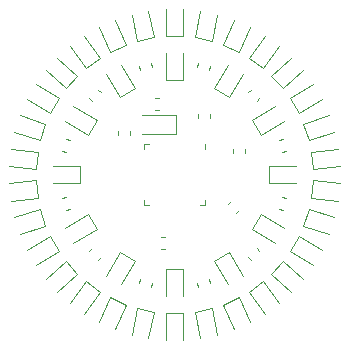
<source format=gto>
G04 #@! TF.GenerationSoftware,KiCad,Pcbnew,5.0.1*
G04 #@! TF.CreationDate,2019-03-05T20:35:39+01:00*
G04 #@! TF.ProjectId,AnalogWatch,416E616C6F6757617463682E6B696361,rev?*
G04 #@! TF.SameCoordinates,Original*
G04 #@! TF.FileFunction,Legend,Top*
G04 #@! TF.FilePolarity,Positive*
%FSLAX46Y46*%
G04 Gerber Fmt 4.6, Leading zero omitted, Abs format (unit mm)*
G04 Created by KiCad (PCBNEW 5.0.1) date Di 05 Mär 2019 20:35:39 CET*
%MOMM*%
%LPD*%
G01*
G04 APERTURE LIST*
%ADD10C,0.120000*%
G04 APERTURE END LIST*
D10*
G04 #@! TO.C,D38*
X99265000Y-111715000D02*
X99265000Y-114000000D01*
X100735000Y-111715000D02*
X99265000Y-111715000D01*
X100735000Y-114000000D02*
X100735000Y-111715000D01*
G04 #@! TO.C,R12*
X101990000Y-94828733D02*
X101990000Y-95171267D01*
X103010000Y-94828733D02*
X103010000Y-95171267D01*
G04 #@! TO.C,Y1*
X100150000Y-94950000D02*
X97300000Y-94950000D01*
X100150000Y-96550000D02*
X100150000Y-94950000D01*
X97300000Y-96550000D02*
X100150000Y-96550000D01*
G04 #@! TO.C,D11*
X111368755Y-97078893D02*
X113541919Y-96372789D01*
X110914500Y-95680840D02*
X111368755Y-97078893D01*
X113087664Y-94974736D02*
X110914500Y-95680840D01*
G04 #@! TO.C,D12*
X111756855Y-92363471D02*
X109777987Y-93505971D01*
X109777987Y-93505971D02*
X110512987Y-94779029D01*
X110512987Y-94779029D02*
X112491855Y-93636529D01*
G04 #@! TO.C,D13*
X109197753Y-92707346D02*
X110895839Y-91178383D01*
X108214131Y-91614924D02*
X109197753Y-92707346D01*
X109912217Y-90085960D02*
X108214131Y-91614924D01*
G04 #@! TO.C,D14*
X107634366Y-88241740D02*
X106291276Y-90090344D01*
X106291276Y-90090344D02*
X107480531Y-90954388D01*
X107480531Y-90954388D02*
X108823621Y-89105785D01*
G04 #@! TO.C,D15*
X105436376Y-89596766D02*
X106365769Y-87509315D01*
X104093464Y-88998864D02*
X105436376Y-89596766D01*
X105022857Y-86911412D02*
X104093464Y-88998864D01*
G04 #@! TO.C,D16*
X102191825Y-86153119D02*
X101716747Y-88388186D01*
X101716747Y-88388186D02*
X103154624Y-88693816D01*
X103154624Y-88693816D02*
X103629702Y-86458749D01*
G04 #@! TO.C,D17*
X99265000Y-86000000D02*
X99265000Y-88285000D01*
X99265000Y-88285000D02*
X100735000Y-88285000D01*
X100735000Y-88285000D02*
X100735000Y-86000000D01*
G04 #@! TO.C,D18*
X98283253Y-88388186D02*
X97808175Y-86153119D01*
X96845376Y-88693816D02*
X98283253Y-88388186D01*
X96370298Y-86458749D02*
X96845376Y-88693816D01*
G04 #@! TO.C,D19*
X93634231Y-87509315D02*
X94563624Y-89596766D01*
X94563624Y-89596766D02*
X95906536Y-88998864D01*
X95906536Y-88998864D02*
X94977143Y-86911412D01*
G04 #@! TO.C,D21*
X101716747Y-111611814D02*
X102191825Y-113846881D01*
X103154624Y-111306184D02*
X101716747Y-111611814D01*
X103629702Y-113541251D02*
X103154624Y-111306184D01*
G04 #@! TO.C,D22*
X106365769Y-112490685D02*
X105436376Y-110403234D01*
X105436376Y-110403234D02*
X104093464Y-111001136D01*
X104093464Y-111001136D02*
X105022857Y-113088588D01*
G04 #@! TO.C,D23*
X106291276Y-109909656D02*
X107634366Y-111758260D01*
X107480531Y-109045612D02*
X106291276Y-109909656D01*
X108823621Y-110894215D02*
X107480531Y-109045612D01*
G04 #@! TO.C,D24*
X110895839Y-108821617D02*
X109197753Y-107292654D01*
X109197753Y-107292654D02*
X108214131Y-108385076D01*
X108214131Y-108385076D02*
X109912217Y-109914040D01*
G04 #@! TO.C,D25*
X109777987Y-106494029D02*
X111756855Y-107636529D01*
X110512987Y-105220971D02*
X109777987Y-106494029D01*
X112491855Y-106363471D02*
X110512987Y-105220971D01*
G04 #@! TO.C,D26*
X113541919Y-103627211D02*
X111368755Y-102921107D01*
X111368755Y-102921107D02*
X110914500Y-104319160D01*
X110914500Y-104319160D02*
X113087664Y-105025264D01*
G04 #@! TO.C,D27*
X114000135Y-100732425D02*
X111727652Y-100493578D01*
X111727652Y-100493578D02*
X111573996Y-101955525D01*
X111573996Y-101955525D02*
X113846478Y-102194372D01*
G04 #@! TO.C,D28*
X113846478Y-97805628D02*
X111573996Y-98044475D01*
X111573996Y-98044475D02*
X111727652Y-99506422D01*
X111727652Y-99506422D02*
X114000135Y-99267575D01*
G04 #@! TO.C,D32*
X88631245Y-102921107D02*
X86458081Y-103627211D01*
X89085500Y-104319160D02*
X88631245Y-102921107D01*
X86912336Y-105025264D02*
X89085500Y-104319160D01*
G04 #@! TO.C,D33*
X88243145Y-107636529D02*
X90222013Y-106494029D01*
X90222013Y-106494029D02*
X89487013Y-105220971D01*
X89487013Y-105220971D02*
X87508145Y-106363471D01*
G04 #@! TO.C,D34*
X90802247Y-107292654D02*
X89104161Y-108821617D01*
X91785869Y-108385076D02*
X90802247Y-107292654D01*
X90087783Y-109914040D02*
X91785869Y-108385076D01*
G04 #@! TO.C,D35*
X92365634Y-111758260D02*
X93708724Y-109909656D01*
X93708724Y-109909656D02*
X92519469Y-109045612D01*
X92519469Y-109045612D02*
X91176379Y-110894215D01*
G04 #@! TO.C,D36*
X94563624Y-110403234D02*
X93634231Y-112490685D01*
X95906536Y-111001136D02*
X94563624Y-110403234D01*
X94977143Y-113088588D02*
X95906536Y-111001136D01*
G04 #@! TO.C,D37*
X96845376Y-111306184D02*
X96370298Y-113541251D01*
X98283253Y-111611814D02*
X96845376Y-111306184D01*
X97808175Y-113846881D02*
X98283253Y-111611814D01*
G04 #@! TO.C,D43*
X91176379Y-89105785D02*
X92519469Y-90954388D01*
X92519469Y-90954388D02*
X93708724Y-90090344D01*
X93708724Y-90090344D02*
X92365634Y-88241740D01*
G04 #@! TO.C,D44*
X91785869Y-91614924D02*
X90087783Y-90085960D01*
X90802247Y-92707346D02*
X91785869Y-91614924D01*
X89104161Y-91178383D02*
X90802247Y-92707346D01*
G04 #@! TO.C,D45*
X87508145Y-93636529D02*
X89487013Y-94779029D01*
X89487013Y-94779029D02*
X90222013Y-93505971D01*
X90222013Y-93505971D02*
X88243145Y-92363471D01*
G04 #@! TO.C,D46*
X89085500Y-95680840D02*
X86912336Y-94974736D01*
X88631245Y-97078893D02*
X89085500Y-95680840D01*
X86458081Y-96372789D02*
X88631245Y-97078893D01*
G04 #@! TO.C,D47*
X88426004Y-98044475D02*
X86153522Y-97805628D01*
X88272348Y-99506422D02*
X88426004Y-98044475D01*
X85999865Y-99267575D02*
X88272348Y-99506422D01*
G04 #@! TO.C,D48*
X86153522Y-102194372D02*
X88426004Y-101955525D01*
X88426004Y-101955525D02*
X88272348Y-100493578D01*
X88272348Y-100493578D02*
X85999865Y-100732425D01*
G04 #@! TO.C,D101*
X108552561Y-94213471D02*
X106573693Y-95355971D01*
X106573693Y-95355971D02*
X107308693Y-96629029D01*
X107308693Y-96629029D02*
X109287561Y-95486529D01*
G04 #@! TO.C,D102*
X104644029Y-93426307D02*
X105786529Y-91447439D01*
X103370971Y-92691307D02*
X104644029Y-93426307D01*
X104513471Y-90712439D02*
X103370971Y-92691307D01*
G04 #@! TO.C,D103*
X100735000Y-91985000D02*
X100735000Y-89700000D01*
X99265000Y-91985000D02*
X100735000Y-91985000D01*
X99265000Y-89700000D02*
X99265000Y-91985000D01*
G04 #@! TO.C,D201*
X105786529Y-108552561D02*
X104644029Y-106573693D01*
X104644029Y-106573693D02*
X103370971Y-107308693D01*
X103370971Y-107308693D02*
X104513471Y-109287561D01*
G04 #@! TO.C,D202*
X106573693Y-104644029D02*
X108552561Y-105786529D01*
X107308693Y-103370971D02*
X106573693Y-104644029D01*
X109287561Y-104513471D02*
X107308693Y-103370971D01*
G04 #@! TO.C,D203*
X108015000Y-100735000D02*
X110300000Y-100735000D01*
X108015000Y-99265000D02*
X108015000Y-100735000D01*
X110300000Y-99265000D02*
X108015000Y-99265000D01*
G04 #@! TO.C,D301*
X92691307Y-103370971D02*
X90712439Y-104513471D01*
X93426307Y-104644029D02*
X92691307Y-103370971D01*
X91447439Y-105786529D02*
X93426307Y-104644029D01*
G04 #@! TO.C,D302*
X95486529Y-109287561D02*
X96629029Y-107308693D01*
X96629029Y-107308693D02*
X95355971Y-106573693D01*
X95355971Y-106573693D02*
X94213471Y-108552561D01*
G04 #@! TO.C,D303*
X99265000Y-108015000D02*
X99265000Y-110300000D01*
X100735000Y-108015000D02*
X99265000Y-108015000D01*
X100735000Y-110300000D02*
X100735000Y-108015000D01*
G04 #@! TO.C,D401*
X96629029Y-92691307D02*
X95486529Y-90712439D01*
X95355971Y-93426307D02*
X96629029Y-92691307D01*
X94213471Y-91447439D02*
X95355971Y-93426307D01*
G04 #@! TO.C,D402*
X90712439Y-95486529D02*
X92691307Y-96629029D01*
X92691307Y-96629029D02*
X93426307Y-95355971D01*
X93426307Y-95355971D02*
X91447439Y-94213471D01*
G04 #@! TO.C,D403*
X89700000Y-100735000D02*
X91985000Y-100735000D01*
X91985000Y-100735000D02*
X91985000Y-99265000D01*
X91985000Y-99265000D02*
X89700000Y-99265000D01*
G04 #@! TO.C,R11*
X97989514Y-90526276D02*
X98078168Y-90857139D01*
X97004270Y-90790271D02*
X97092924Y-91121134D01*
G04 #@! TO.C,R13*
X102995730Y-90790271D02*
X102907076Y-91121134D01*
X102010486Y-90526276D02*
X101921832Y-90857139D01*
G04 #@! TO.C,R14*
X106477994Y-92800757D02*
X106235785Y-93042966D01*
X107199243Y-93522006D02*
X106957034Y-93764215D01*
G04 #@! TO.C,R21*
X109209729Y-97004270D02*
X108878866Y-97092924D01*
X109473724Y-97989514D02*
X109142861Y-98078168D01*
G04 #@! TO.C,R22*
X106010000Y-97828733D02*
X106010000Y-98171267D01*
X104990000Y-97828733D02*
X104990000Y-98171267D01*
G04 #@! TO.C,R23*
X109473724Y-102010486D02*
X109142861Y-101921832D01*
X109209729Y-102995730D02*
X108878866Y-102907076D01*
G04 #@! TO.C,R24*
X106477994Y-107199243D02*
X106235785Y-106957034D01*
X107199243Y-106477994D02*
X106957034Y-106235785D01*
G04 #@! TO.C,R31*
X102010486Y-109473724D02*
X101921832Y-109142861D01*
X102995730Y-109209729D02*
X102907076Y-108878866D01*
G04 #@! TO.C,R32*
X105239520Y-103231729D02*
X105481729Y-102989520D01*
X104518271Y-102510480D02*
X104760480Y-102268271D01*
G04 #@! TO.C,R33*
X97004270Y-109209729D02*
X97092924Y-108878866D01*
X97989514Y-109473724D02*
X98078168Y-109142861D01*
G04 #@! TO.C,R34*
X93522006Y-107199243D02*
X93764215Y-106957034D01*
X92800757Y-106477994D02*
X93042966Y-106235785D01*
G04 #@! TO.C,R41*
X90790271Y-102995730D02*
X91121134Y-102907076D01*
X90526276Y-102010486D02*
X90857139Y-101921832D01*
G04 #@! TO.C,R42*
X98828732Y-105240000D02*
X99171268Y-105240000D01*
X98828732Y-106260000D02*
X99171268Y-106260000D01*
G04 #@! TO.C,R43*
X90526276Y-97989514D02*
X90857139Y-98078168D01*
X90790271Y-97004270D02*
X91121134Y-97092924D01*
G04 #@! TO.C,R44*
X93522006Y-92800757D02*
X93764215Y-93042966D01*
X92800757Y-93522006D02*
X93042966Y-93764215D01*
G04 #@! TO.C,C1*
X98671267Y-93490000D02*
X98328733Y-93490000D01*
X98671267Y-94510000D02*
X98328733Y-94510000D01*
G04 #@! TO.C,C2*
X95240000Y-96671267D02*
X95240000Y-96328733D01*
X96260000Y-96671267D02*
X96260000Y-96328733D01*
G04 #@! TO.C,U1*
X102610000Y-102135000D02*
X102610000Y-102610000D01*
X102610000Y-102610000D02*
X102135000Y-102610000D01*
X97390000Y-97865000D02*
X97390000Y-97390000D01*
X97390000Y-97390000D02*
X97865000Y-97390000D01*
X97390000Y-102135000D02*
X97390000Y-102610000D01*
X97390000Y-102610000D02*
X97865000Y-102610000D01*
X102610000Y-97865000D02*
X102610000Y-97390000D01*
G04 #@! TD*
M02*

</source>
